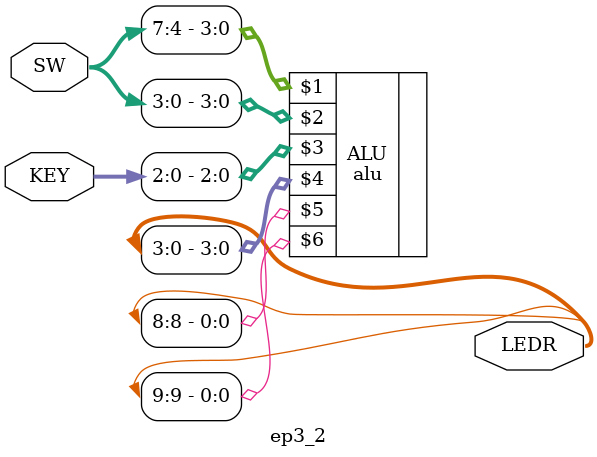
<source format=v>


module ep3_2(

	//////////// KEY //////////
	input 		     [3:0]		KEY,

	//////////// SW //////////
	input 		     [9:0]		SW,

	//////////// LED //////////
	output		     [9:0]		LEDR
);



//=======================================================
//  REG/WIRE declarations
//=======================================================

alu ALU(SW[7:4],SW[3:0],KEY[2:0],LEDR[3:0],LEDR[8],LEDR[9]);


//=======================================================
//  Structural coding
//=======================================================



endmodule

</source>
